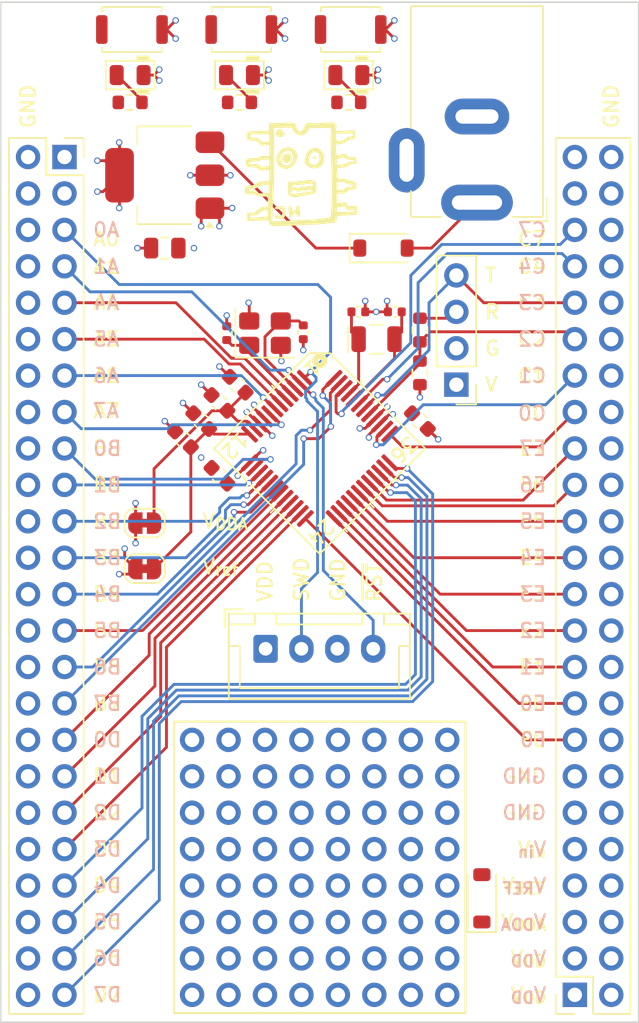
<source format=kicad_pcb>
(kicad_pcb
	(version 20241229)
	(generator "pcbnew")
	(generator_version "9.0")
	(general
		(thickness 1.6)
		(legacy_teardrops no)
	)
	(paper "A4")
	(layers
		(0 "F.Cu" signal)
		(4 "In1.Cu" signal)
		(6 "In2.Cu" signal)
		(2 "B.Cu" signal)
		(9 "F.Adhes" user "F.Adhesive")
		(11 "B.Adhes" user "B.Adhesive")
		(13 "F.Paste" user)
		(15 "B.Paste" user)
		(5 "F.SilkS" user "F.Silkscreen")
		(7 "B.SilkS" user "B.Silkscreen")
		(1 "F.Mask" user)
		(3 "B.Mask" user)
		(17 "Dwgs.User" user "User.Drawings")
		(19 "Cmts.User" user "User.Comments")
		(21 "Eco1.User" user "User.Eco1")
		(23 "Eco2.User" user "User.Eco2")
		(25 "Edge.Cuts" user)
		(27 "Margin" user)
		(31 "F.CrtYd" user "F.Courtyard")
		(29 "B.CrtYd" user "B.Courtyard")
		(35 "F.Fab" user)
		(33 "B.Fab" user)
		(39 "User.1" user)
		(41 "User.2" user)
		(43 "User.3" user)
		(45 "User.4" user)
	)
	(setup
		(stackup
			(layer "F.SilkS"
				(type "Top Silk Screen")
			)
			(layer "F.Paste"
				(type "Top Solder Paste")
			)
			(layer "F.Mask"
				(type "Top Solder Mask")
				(thickness 0.01)
			)
			(layer "F.Cu"
				(type "copper")
				(thickness 0.035)
			)
			(layer "dielectric 1"
				(type "prepreg")
				(thickness 0.1)
				(material "FR4")
				(epsilon_r 4.5)
				(loss_tangent 0.02)
			)
			(layer "In1.Cu"
				(type "copper")
				(thickness 0.035)
			)
			(layer "dielectric 2"
				(type "core")
				(thickness 1.24)
				(material "FR4")
				(epsilon_r 4.5)
				(loss_tangent 0.02)
			)
			(layer "In2.Cu"
				(type "copper")
				(thickness 0.035)
			)
			(layer "dielectric 3"
				(type "prepreg")
				(thickness 0.1)
				(material "FR4")
				(epsilon_r 4.5)
				(loss_tangent 0.02)
			)
			(layer "B.Cu"
				(type "copper")
				(thickness 0.035)
			)
			(layer "B.Mask"
				(type "Bottom Solder Mask")
				(thickness 0.01)
			)
			(layer "B.Paste"
				(type "Bottom Solder Paste")
			)
			(layer "B.SilkS"
				(type "Bottom Silk Screen")
			)
			(copper_finish "None")
			(dielectric_constraints no)
		)
		(pad_to_mask_clearance 0)
		(allow_soldermask_bridges_in_footprints no)
		(tenting front back)
		(pcbplotparams
			(layerselection 0x00000000_00000000_55555555_5755f5ff)
			(plot_on_all_layers_selection 0x00000000_00000000_00000000_00000000)
			(disableapertmacros no)
			(usegerberextensions no)
			(usegerberattributes yes)
			(usegerberadvancedattributes yes)
			(creategerberjobfile yes)
			(dashed_line_dash_ratio 12.000000)
			(dashed_line_gap_ratio 3.000000)
			(svgprecision 4)
			(plotframeref no)
			(mode 1)
			(useauxorigin no)
			(hpglpennumber 1)
			(hpglpenspeed 20)
			(hpglpendiameter 15.000000)
			(pdf_front_fp_property_popups yes)
			(pdf_back_fp_property_popups yes)
			(pdf_metadata yes)
			(pdf_single_document no)
			(dxfpolygonmode yes)
			(dxfimperialunits yes)
			(dxfusepcbnewfont yes)
			(psnegative no)
			(psa4output no)
			(plot_black_and_white yes)
			(sketchpadsonfab no)
			(plotpadnumbers no)
			(hidednponfab no)
			(sketchdnponfab yes)
			(crossoutdnponfab yes)
			(subtractmaskfromsilk no)
			(outputformat 1)
			(mirror no)
			(drillshape 1)
			(scaleselection 1)
			(outputdirectory "")
		)
	)
	(net 0 "")
	(net 1 "GND")
	(net 2 "+3V3")
	(net 3 "/V_{DDA}")
	(net 4 "/V_{REF}")
	(net 5 "/O32_{IN}")
	(net 6 "/O32_{OUT}")
	(net 7 "/OSC_{IN}")
	(net 8 "/OSC_{OUT}")
	(net 9 "Net-(D101-K)")
	(net 10 "Net-(D101-A)")
	(net 11 "/V_{in}")
	(net 12 "/PB_{5}")
	(net 13 "/PB_{1}")
	(net 14 "/PC_{7}")
	(net 15 "/PB_{4}")
	(net 16 "/PB_{6}")
	(net 17 "/BTN_{1}")
	(net 18 "/PC_{3}")
	(net 19 "/PB_{0}")
	(net 20 "/BTN_{2}")
	(net 21 "/PC_{0}")
	(net 22 "/PC_{4}")
	(net 23 "/PB_{2}")
	(net 24 "/LED_{1}")
	(net 25 "/PA_{0}")
	(net 26 "/PC_{1}")
	(net 27 "/PA_{1}")
	(net 28 "/PB_{3}")
	(net 29 "/PC_{2}")
	(net 30 "/PB_{7}")
	(net 31 "/LED_{2}")
	(net 32 "/PD_{5}")
	(net 33 "/PE_{5}")
	(net 34 "/PE_{2}")
	(net 35 "/PD_{0}")
	(net 36 "/PE_{6}")
	(net 37 "/PD_{2}")
	(net 38 "/PD_{6}")
	(net 39 "/PE_{0}")
	(net 40 "/PD_{7}")
	(net 41 "/PE_{3}")
	(net 42 "/PE_{1}")
	(net 43 "/PD_{4}")
	(net 44 "/PF_{0}")
	(net 45 "/PD_{1}")
	(net 46 "/PE_{7}")
	(net 47 "/PD_{3}")
	(net 48 "/PE_{4}")
	(net 49 "Net-(J104-Pin_3)")
	(net 50 "Net-(LED101-A)")
	(net 51 "Net-(LED102-A)")
	(net 52 "Net-(LED103-A)")
	(net 53 "unconnected-(TP105-PadF5)")
	(net 54 "unconnected-(TP105-PadD1)")
	(net 55 "unconnected-(TP105-PadC2)")
	(net 56 "unconnected-(TP105-PadH5)")
	(net 57 "unconnected-(TP105-PadE5)")
	(net 58 "unconnected-(TP105-PadA8)")
	(net 59 "unconnected-(TP105-PadG4)")
	(net 60 "unconnected-(TP105-PadF4)")
	(net 61 "unconnected-(TP105-PadB7)")
	(net 62 "unconnected-(TP105-PadB2)")
	(net 63 "unconnected-(TP105-PadA6)")
	(net 64 "unconnected-(TP105-PadB5)")
	(net 65 "unconnected-(TP105-PadE7)")
	(net 66 "unconnected-(TP105-PadH8)")
	(net 67 "unconnected-(TP105-PadD6)")
	(net 68 "unconnected-(TP105-PadB6)")
	(net 69 "unconnected-(TP105-PadB3)")
	(net 70 "unconnected-(TP105-PadC1)")
	(net 71 "unconnected-(TP105-PadH6)")
	(net 72 "unconnected-(TP105-PadH1)")
	(net 73 "unconnected-(TP105-PadD7)")
	(net 74 "unconnected-(TP105-PadA5)")
	(net 75 "unconnected-(TP105-PadC8)")
	(net 76 "unconnected-(TP105-PadF1)")
	(net 77 "unconnected-(TP105-PadC6)")
	(net 78 "unconnected-(TP105-PadB8)")
	(net 79 "unconnected-(TP105-PadE2)")
	(net 80 "unconnected-(TP105-PadA4)")
	(net 81 "unconnected-(TP105-PadE1)")
	(net 82 "unconnected-(TP105-PadD5)")
	(net 83 "unconnected-(TP105-PadC4)")
	(net 84 "unconnected-(TP105-PadF8)")
	(net 85 "unconnected-(TP105-PadC7)")
	(net 86 "unconnected-(TP105-PadF2)")
	(net 87 "unconnected-(TP105-PadD8)")
	(net 88 "unconnected-(TP105-PadC3)")
	(net 89 "unconnected-(TP105-PadG8)")
	(net 90 "unconnected-(TP105-PadB1)")
	(net 91 "unconnected-(TP105-PadA1)")
	(net 92 "unconnected-(TP105-PadA3)")
	(net 93 "unconnected-(TP105-PadA7)")
	(net 94 "unconnected-(TP105-PadB4)")
	(net 95 "unconnected-(TP105-PadD2)")
	(net 96 "unconnected-(TP105-PadG1)")
	(net 97 "unconnected-(TP105-PadD3)")
	(net 98 "unconnected-(TP105-PadG2)")
	(net 99 "unconnected-(TP105-PadD4)")
	(net 100 "unconnected-(TP105-PadH4)")
	(net 101 "unconnected-(TP105-PadG5)")
	(net 102 "unconnected-(TP105-PadE6)")
	(net 103 "unconnected-(TP105-PadA2)")
	(net 104 "unconnected-(TP105-PadH7)")
	(net 105 "unconnected-(TP105-PadC5)")
	(net 106 "unconnected-(TP105-PadH3)")
	(net 107 "unconnected-(TP105-PadG3)")
	(net 108 "unconnected-(TP105-PadH2)")
	(net 109 "unconnected-(TP105-PadE8)")
	(net 110 "unconnected-(TP105-PadG6)")
	(net 111 "unconnected-(TP105-PadF7)")
	(net 112 "unconnected-(TP105-PadF6)")
	(net 113 "unconnected-(TP105-PadF3)")
	(net 114 "unconnected-(TP105-PadE4)")
	(net 115 "unconnected-(TP105-PadG7)")
	(net 116 "unconnected-(TP105-PadE3)")
	(footprint "Resistor_SMD:R_0603_1608Metric" (layer "F.Cu") (at 146.685 50.61 90))
	(footprint "LED_SMD_AKL:LED_0805_2012Metric" (layer "F.Cu") (at 134.112 29.845 180))
	(footprint "Seppl_Logo:Logo_little_guy" (layer "F.Cu") (at 138.43 36.83))
	(footprint "Package_TO_SOT_SMD:SOT-223-3_TabPin2" (layer "F.Cu") (at 128.905 36.83 180))
	(footprint "Capacitor_SMD:C_0402_1005Metric" (layer "F.Cu") (at 138.557 47.78 90))
	(footprint "Resistor_SMD:R_0603_1608Metric" (layer "F.Cu") (at 146.685 47.625 -90))
	(footprint "Crystal:Crystal_SMD_EuroQuartz_EQ161-2Pin_3.2x1.5mm" (layer "F.Cu") (at 143.665 48.26))
	(footprint "LED_SMD_AKL:LED_0805_2012Metric" (layer "F.Cu") (at 126.492 29.845 180))
	(footprint "Capacitor_SMD:C_0603_1608Metric" (layer "F.Cu") (at 146.685 53.975 -45))
	(footprint "Capacitor_SMD:C_0805_2012Metric" (layer "F.Cu") (at 128.905 41.91))
	(footprint "Connector_JST:JST_XH_B4B-XH-A_1x04_P2.50mm_Vertical" (layer "F.Cu") (at 135.93 69.85))
	(footprint "Button_Switch_SMD:SW_Push_SPST_NO_Alps_SKRK" (layer "F.Cu") (at 141.859 26.67 180))
	(footprint "Button_Switch_SMD:SW_Push_SPST_NO_Alps_SKRK" (layer "F.Cu") (at 134.239 26.67 180))
	(footprint "Jumper:SolderJumper-2_P1.3mm_Bridged_RoundedPad1.0x1.5mm" (layer "F.Cu") (at 127.508 61.087 180))
	(footprint "Capacitor_SMD:C_0603_1608Metric" (layer "F.Cu") (at 133.985 51.435 135))
	(footprint "Package_QFP_AKL:LQFP-48_7x7mm_P0.5mm" (layer "F.Cu") (at 139.7 55.88 -45))
	(footprint "Capacitor_SMD:C_0603_1608Metric" (layer "F.Cu") (at 131.445 53.975 135))
	(footprint "Crystal:Crystal_SMD_3225-4Pin_3.2x2.5mm" (layer "F.Cu") (at 135.89 47.84))
	(footprint "Capacitor_SMD:C_0402_1005Metric" (layer "F.Cu") (at 142.395 46.355 180))
	(footprint "Connector_PinSocket_2.54mm:PinSocket_2x24_P2.54mm_Vertical" (layer "F.Cu") (at 121.92 35.56))
	(footprint "Capacitor_SMD:C_0603_1608Metric" (layer "F.Cu") (at 132.715 52.705 135))
	(footprint "Capacitor_SMD:C_0402_1005Metric" (layer "F.Cu") (at 133.223 47.84 -90))
	(footprint "Capacitor_SMD:C_0603_1608Metric" (layer "F.Cu") (at 132.715 57.785 135))
	(footprint "Jumper:SolderJumper-2_P1.3mm_Bridged_RoundedPad1.0x1.5mm"
		(layer "F.Cu")
		(uuid "a7ac7415-d1d2-47df-91e3-c4ed96a54343")
		(at 127.508 64.262 180)
		(descr "SMD Solder Jumper, 1x1.5mm, rounded Pads, 0.3mm gap, bridged with 1 copper strip")
		(tags "net tie solder jumper bridged")
		(property "Reference" "JP101"
			(at 0 -1.8 0)
			(layer "F.SilkS")
			(hide yes)
			(uuid "0d7537f1-f7dd-433d-92cf-662376656155")
			(effects
				(font
					(size 1 1)
					(thickness 0.15)
				)
			)
		)
		(property "Value" "bridge V_{REF+}"
			(at 0 1.9 0)
			(layer "F.Fab")
			(hide yes)
			(uuid "1b69925c-e1e5-4930-84d4-f3f9717bd960")
			(effects
				(font
					(size 1 1)
					(thickness 0.15)
				)
			)
		)
		(property "Datasheet" ""
			(at 0 0 180)
			(unlocked yes)
			(layer "F.Fab")
			(hide yes)
			(uuid "b6f521bf-5d02-4192-8ab0-3d1eb458fd7e")
			(effects
				(font
					(size 1.27 1.27)
					(thickness 0.15)
				)
			)
		)
		(property "Description" "Solder Jumper, 2-pole, closed/bridged"
			(at 0 0 180)
			(unlocked yes)
			(layer "F.Fab")
			(hide yes)
			(uuid "a8193369-72cf-42be-ab27-1bd2e516c437")
			(effects
				(font
					(size 1.27 1.27)
					(thickness 0.15)
				)
			)
		)
		(property "LCSC PN" ""
			(at 0 0 180)
			(unlocked yes)
			(layer "F.Fab")
			(hide yes)
			(uuid "e2bfd19c-c20f-40ea-a3f2-68a44f2f6cae")
			(effects
				(font
					(size 1 1)
					(thickness 0.15)
				)
			)
		)
		(property ki_fp_filters "SolderJumper*Bridged*")
		(path "/f2ebd8ea-c409-4d53-81b4-a0646ed7556c")
		(sheetname "/")
		(sheetfile "stm8l-dev.kicad_sch")
		(zone_connect 1)
		(attr exclude_from_pos_files exclude_from_bom allow_soldermask_bridges)
		(net_tie_pad_groups "1, 2")
		(fp_poly
			(pts
				(xy 0.25 -0.3) (xy -0.25 -0.3) (xy -0.25 0.3) (xy 0.25 0.3)
			)
			(stroke
				(width 0)
				(type solid)
			)
			(fill yes)
			(layer "F.Cu")
			(uuid "83d80ff8-72ee-454a-a6ba-a425d4b96185")
		)
		(fp_poly
			(pts
				(xy -0.15 -0.75) (xy 0.15 -0.75) (xy 0.15 0.75) (xy -0.15 0.75)
			)
			(stroke
				(width 0)
				(type default)
			)
			(fill yes)
			(layer "F.Mask")
			(uuid "bfcba001-34fb-4015-a270-c43327eb688b")
		)
		(fp_line
			(start 1.4 -0.300001)
			(end 1.4 0.300001)
			(stroke
				(width 0.12)
				(type solid)
			)
			(layer "F.SilkS")
			(uuid "e675ba04-0124-43f2-a77c-464687011458")
		)
		(fp_line
			(start 0.7 1)
			(end -0.7 1)
			(stroke
				(width 0.12)
				(type solid)
			)
			(layer "F.SilkS")
			(uuid "d22bf7d1-e17d-4b71-987e-fdeb68e5618f")
		)
		(fp_line
			(start -0.7 -1)
			(end 0.7 -1)
			(stroke
				(width 0.12)
				(type solid)
			)
			(layer "F.SilkS")
			(uuid "0218054f-4886-41ca-9353-5cf4c437e6dc")
		)
		(fp_line
			(start -1.4 0.300001)
			(end -1.4 -0.300001)
			(stroke
				(width 0.12)
				(type solid)
			)
			(layer "F.SilkS")
			(uuid "6095cf1f-903f-4323-90bf-8427572e91a2")
		)
		(fp_arc
			(start 1.4 0.300001)
			(mid 1.194975 0.794975)
			(end 0.7 1)
			(stroke
				(width 0.12)
				(type solid)
			)
			(layer "F.SilkS")
			(uuid "0421cf85-f1bf-4b5a-aaaa-c87357ee305d")
		)
		(fp_arc
			(start 0.7 -1)
			(mid 1.194975 -0.794975)
			(end 1.4 -0.300001)
			(stroke
				(width 0.12)
				(type solid)
			)
			(layer "F.SilkS")
			(uuid "3763092f-76d6-410b-8059-d094ebc44e3a")
		)
		(fp_arc
			(start -0.7 1)
			(mid -1.194975 0.794975)
			(end -1.4 0.300001)
			(stroke
				(width 0.12)
				(type solid)
			)
			(layer "F.SilkS")
			(uuid "1ddae5a9-5417-4c30-b32e-e7a527a63a12")
		)
		(fp_arc
			(start -1.4 -0.300001)
			(mid -1.194975 -0.794975)
			(end -0.7 -1)
			(stroke
				(width 0.12)
				(type solid)
			)
			(layer "F.SilkS")
			(uuid "34202ddc-a089-40f6-afc4-3a6ad9b92382")
		)
		(fp_line
			(start 1.65 1.25)
			(end 1.65 -1.25)
			(stroke
				(width 0.05)
				(type solid)
			)
			(layer "F.CrtYd")
			(uuid "f8b75bd9-a50d-4e31-b4c0-87145f607a66")
		)
		(fp_line
			(start 1.65 1.25)
			(end -1.65 1.25)
			(stroke
				(width 0.05)
				(type solid)
			)
			(layer "F.CrtYd")
			(uuid "78266004-9bf2-423e-b054-9c863f9c09a6")
		)
		(fp_line
			(start -1.65 -1.25)
			(end 1.65 -1.25)
			(stroke
				(width 0.05)
				(type solid)
			)
			(layer "F.CrtYd")
			(uuid "a5460bf1-4f10-4816-9bc9-5b566fbf4c5
... [749925 chars truncated]
</source>
